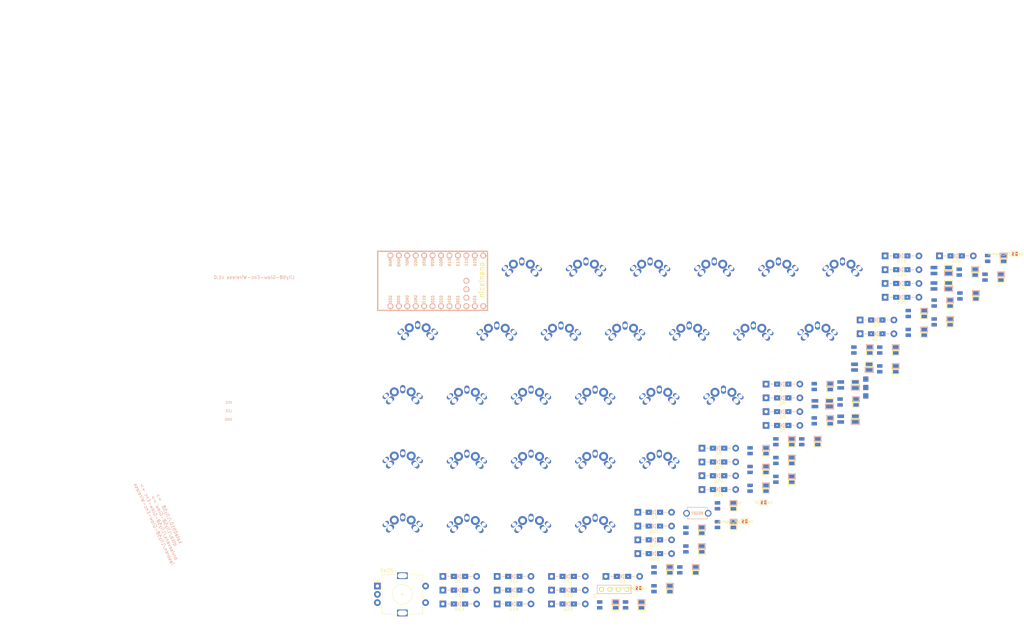
<source format=kicad_pcb>
(kicad_pcb (version 20211014) (generator pcbnew)
  (layers (0 "F.Cu" signal) (31 "B.Cu" signal) (34 "B.Paste" user) (35 "F.Paste" user) (36 "B.SilkS" user "B.Silkscreen") (37 "F.SilkS" user "F.Silkscreen") (38 "B.Mask" user) (39 "F.Mask" user) (44 "Edge.Cuts" user))
  (net 0 "")
  (net 1 "Net-(D1-Pad2)")
  (net 2 "row0")
  (net 3 "Net-(D2-Pad2)")
  (net 4 "Net-(D3-Pad2)")
  (net 5 "Net-(D4-Pad2)")
  (net 6 "Net-(D5-Pad2)")
  (net 7 "Net-(D6-Pad2)")
  (net 8 "Net-(D7-Pad2)")
  (net 9 "row1")
  (net 10 "Net-(D8-Pad2)")
  (net 11 "Net-(D9-Pad2)")
  (net 12 "Net-(D10-Pad2)")
  (net 13 "Net-(D11-Pad2)")
  (net 14 "Net-(D12-Pad2)")
  (net 15 "Net-(D13-Pad2)")
  (net 16 "row2")
  (net 17 "Net-(D14-Pad2)")
  (net 18 "Net-(D15-Pad2)")
  (net 19 "Net-(D16-Pad2)")
  (net 20 "Net-(D17-Pad2)")
  (net 21 "Net-(D18-Pad2)")
  (net 22 "Net-(D19-Pad2)")
  (net 23 "row3")
  (net 24 "Net-(D20-Pad2)")
  (net 25 "Net-(D21-Pad2)")
  (net 26 "Net-(D22-Pad2)")
  (net 27 "Net-(D23-Pad2)")
  (net 28 "Net-(D24-Pad2)")
  (net 29 "Net-(D25-Pad2)")
  (net 30 "row4")
  (net 31 "Net-(D26-Pad2)")
  (net 32 "Net-(D27-Pad2)")
  (net 33 "Net-(D28-Pad2)")
  (net 34 "Net-(D29-Pad2)")
  (net 35 "GND")
  (net 36 "LED")
  (net 37 "VCC")
  (net 38 "Net-(JP1-Pad1)")
  (net 39 "Net-(JP2-Pad1)")
  (net 40 "Net-(JP3-Pad1)")
  (net 41 "SCL")
  (net 42 "Net-(JP4-Pad1)")
  (net 43 "SDA")
  (net 44 "Net-(L1-Pad1)")
  (net 45 "Net-(L1-Pad3)")
  (net 46 "Net-(L2-Pad1)")
  (net 47 "Net-(L3-Pad1)")
  (net 48 "Net-(L4-Pad1)")
  (net 49 "Net-(L5-Pad1)")
  (net 50 "Net-(L12-Pad3)")
  (net 51 "Net-(L13-Pad3)")
  (net 52 "Net-(L7-Pad3)")
  (net 53 "Net-(L8-Pad3)")
  (net 54 "Net-(L10-Pad1)")
  (net 55 "Net-(L10-Pad3)")
  (net 56 "Net-(L11-Pad3)")
  (net 57 "Net-(L13-Pad1)")
  (net 58 "Net-(L14-Pad1)")
  (net 59 "Net-(L15-Pad1)")
  (net 60 "Net-(L16-Pad1)")
  (net 61 "Net-(L17-Pad1)")
  (net 62 "Net-(L18-Pad1)")
  (net 63 "Net-(L19-Pad1)")
  (net 64 "Net-(L19-Pad3)")
  (net 65 "Net-(L20-Pad3)")
  (net 66 "Net-(L21-Pad3)")
  (net 67 "Net-(L22-Pad3)")
  (net 68 "Net-(L23-Pad3)")
  (net 69 "Net-(L25-Pad1)")
  (net 70 "Net-(L26-Pad1)")
  (net 71 "Net-(L27-Pad1)")
  (net 72 "Net-(L28-Pad1)")
  (net 73 "Net-(L29-Pad1)")
  (net 75 "Net-(L31-Pad3)")
  (net 76 "Net-(L32-Pad3)")
  (net 77 "Net-(L33-Pad3)")
  (net 78 "Net-(L34-Pad1)")
  (net 79 "Net-(L35-Pad1)")
  (net 80 "RESET")
  (net 81 "col5")
  (net 82 "col4")
  (net 83 "col3")
  (net 84 "col2")
  (net 85 "col1")
  (net 86 "col0")
  (net 87 "enc2")
  (net 88 "enc1")
  (net 89 "DATA")
  (net 91 "-BATT")
  (net 92 "+BATT")
  (footprint "Lily58-footprint:SK6812MINI_rev" (layer "F.Cu") (at 281.31 99.305)
    (fp_text reference "L21" hide)
    (fp_text value "SK6812mini" hide)
  )
  (footprint "Lily58-footprint:MX_PG1350_FLIP_HOLES_18mm" (layer "F.Cu") (at 194.93 58.93)
    (fp_text reference "SW29" hide)
    (fp_text value "SW_PUSH" hide)
  )
  (footprint "Lily58-footprint:MX_PG1350_FLIP_HOLES_18mm" (layer "F.Cu") (at 243.83 97.53)
    (fp_text reference "SW14" hide)
    (fp_text value "SW_PUSH" hide)
  )
  (footprint "Lily58-footprint:Diode_TH_SOD123" (layer "F.Cu") (at 316.785 40.355)
    (fp_text reference "D4")
    (fp_text value "D" hide)
  )
  (footprint "Lily58-footprint:StripLED" (layer "F.Cu") (at 305.952 69.142)
    (fp_text reference "J1" hide)
    (fp_text value "LED" hide)
  )
  (footprint "Lily58-footprint:SK6812MINI_rev" (layer "F.Cu") (at 281.31 93.655)
    (fp_text reference "L13" hide)
    (fp_text value "SK6812mini" hide)
  )
  (footprint "Lily58-footprint:MX_PG1350_FLIP_HOLES_18mm" (layer "F.Cu") (at 224.53 97.53)
    (fp_text reference "SW22" hide)
    (fp_text value "SW_PUSH" hide)
  )
  (footprint "Lily58-footprint:SK6812MINI_underglow_rev" (layer "F.Cu") (at 300.61 70.905)
    (fp_text reference "L32" hide)
    (fp_text value "SK6812mini" hide)
  )
  (footprint "Lily58-footprint:MX_PG1350_FLIP_HOLES_18mm" (layer "F.Cu") (at 224.53 78.23)
    (fp_text reference "SW12" hide)
    (fp_text value "SW_PUSH" hide)
  )
  (footprint "Lily58-footprint:SK6812MINI_underglow_rev" (layer "F.Cu") (at 300.61 81.205)
    (fp_text reference "L31" hide)
    (fp_text value "SK6812mini" hide)
  )
  (footprint "Lily58-footprint:MX_PG1350_FLIP_HOLES_18mm" (layer "F.Cu") (at 263.13 78.23)
    (fp_text reference "SW15" hide)
    (fp_text value "SW_PUSH" hide)
  )
  (footprint "Lily58-footprint:SK6812MINI_underglow_rev" (layer "F.Cu") (at 328.66 41.105)
    (fp_text reference "L36" hide)
    (fp_text value "SK6812mini" hide)
  )
  (footprint "Lily58-footprint:MX_PG1350_FLIP_HOLES_18mm" (layer "F.Cu") (at 279.66 39.63)
    (fp_text reference "SW24" hide)
    (fp_text value "SW_PUSH" hide)
  )
  (footprint "Lily58-footprint:SK6812MINI_rev" (layer "F.Cu") (at 292.83 71.405)
    (fp_text reference "L14" hide)
    (fp_text value "SK6812mini" hide)
  )
  (footprint "Lily58-footprint:HOLE_M2_TH" (layer "F.Cu") (at 261.1602 118.6302)
    (fp_text reference "TH3" hide)
    (fp_text value "HOLE" hide)
  )
  (footprint "Lily58-footprint:Diode_TH_SOD123" (layer "F.Cu") (at 232.755 128.555)
    (fp_text reference "D2")
    (fp_text value "D" hide)
  )
  (footprint "Lily58-footprint:Diode_TH_SOD123" (layer "F.Cu") (at 280.955 70.655)
    (fp_text reference "D7")
    (fp_text value "D" hide)
  )
  (footprint "Lily58-footprint:MX_PG1350_FLIP_HOLES_18mm" (layer "F.Cu") (at 291.43 58.93)
    (fp_text reference "SW16" hide)
    (fp_text value "SW_PUSH" hide)
  )
  (footprint "Lily58-footprint:MX_PG1350_FLIP_HOLES_18mm" (layer "F.Cu") (at 233.53 58.93)
    (fp_text reference "SW8" hide)
    (fp_text value "SW_PUSH" hide)
  )
  (footprint "Lily58-footprint:HOLE_M2_TH" (layer "F.Cu") (at 270.6602 107.6802)
    (fp_text reference "TH4" hide)
    (fp_text value "HOLE" hide)
  )
  (footprint "Lily58-footprint:MX_PG1350_FLIP_HOLES_18mm" (layer "F.Cu") (at 260.36 39.63)
    (fp_text reference "SW9" hide)
    (fp_text value "SW_PUSH" hide)
  )
  (footprint "Lily58-footprint:Diode_TH_SOD123" (layer "F.Cu") (at 242.355 117.555)
    (fp_text reference "D22")
    (fp_text value "D" hide)
  )
  (footprint "Lily58-footprint:Jumper" (layer "F.Cu") (at 269.528 111.994)
    (fp_text reference "JP3" hide)
    (fp_text value "Jumper_NO_Small")
  )
  (footprint "Lily58-footprint:Diode_TH_SOD123" (layer "F.Cu") (at 280.955 78.955)
    (fp_text reference "D5")
    (fp_text value "D" hide)
  )
  (footprint "nice-nano-kicad:nice_nano" (layer "F.Cu") (at 176.884 39.5605)
    (fp_text reference "U1" hide)
    (fp_text value "ProMicro" hide)
  )
  (footprint "Lily58-footprint:MX_PG1350_FLIP_HOLES_18mm" (layer "F.Cu") (at 185.93 116.83)
    (fp_text reference "SW10" hide)
    (fp_text value "SW_PUSH" hide)
  )
  (footprint "Lily58-footprint:Diode_TH_SOD123" (layer "F.Cu") (at 261.655 98.255)
    (fp_text reference "D20")
    (fp_text value "D" hide)
  )
  (footprint "Lily58-footprint:Diode_TH_SOD123" (layer "F.Cu") (at 242.355 109.255)
    (fp_text reference "D9")
    (fp_text value "D" hide)
  )
  (footprint "Lily58-footprint:Diode_TH_SOD123" (layer "F.Cu") (at 200.055 136.855)
    (fp_text reference "D16")
    (fp_text value "D" hide)
  )
  (footprint "Lily58-footprint:Diode_TH_SOD123" (layer "F.Cu") (at 183.705 136.855)
    (fp_text reference "D13")
    (fp_text value "D" hide)
  )
  (footprint "Lily58-footprint:MX_PG1350_FLIP_HOLES_18mm" (layer "F.Cu") (at 214.23 58.93)
    (fp_text reference "SW27" hide)
    (fp_text value "SW_PUSH" hide)
  )
  (footprint "Lily58-footprint:SK6812MINI_rev" (layer "F.Cu") (at 304.78 60.405)
    (fp_text reference "L30" hide)
    (fp_text value "SK6812mini" hide)
  )
  (footprint "Lily58-footprint:Diode_TH_SOD123" (layer "F.Cu") (at 183.705 128.555)
    (fp_text reference "D12")
    (fp_text value "D" hide)
  )
  (footprint "Lily58-footprint:SK6812MINI_underglow_rev" (layer "F.Cu") (at 328.66 36.455)
    (fp_text reference "L34" hide)
    (fp_text value "SK6812mini" hide)
  )
  (footprint "Lily58-footprint:Diode_TH_SOD123" (layer "F.Cu") (at 316.785 44.505)
    (fp_text reference "D25")
    (fp_text value "D" hide)
  )
  (footprint "Lily58-footprint:SK6812MINI_rev" (layer "F.Cu") (at 228.28 137.145)
    (fp_text reference "L26" hide)
    (fp_text value "SK6812mini" hide)
  )
  (footprint "Lily58-footprint:SK6812MINI_underglow_rev" (layer "F.Cu") (at 304.78 65.555)
    (fp_text reference "L33" hide)
    (fp_text value "SK6812mini" hide)
  )
  (footprint "Lily58-footprint:SK6812MINI_rev" (layer "F.Cu") (at 281.31 88.005)
    (fp_text reference "L29" hide)
    (fp_text value "SK6812mini" hide)
  )
  (footprint "Lily58-footprint:MX_PG1350_FLIP_HOLES_18mm" (layer "F.Cu") (at 185.93 78.23)
    (fp_text reference "SW4" hide)
    (fp_text value "SW_PUSH" hide)
  )
  (footprint "Lily58-footprint:SK6812MINI_rev" (layer "F.Cu") (at 244.63 132.255)
    (fp_text reference "L10" hide)
    (fp_text value "SK6812mini" hide)
  )
  (footprint "Lily58-footprint:Diode_TH_SOD123" (layer "F.Cu") (at 261.655 94.105)
    (fp_text reference "D19")
    (fp_text value "D" hide)
  )
  (footprint "Lily58-footprint:SK6812MINI_rev" (layer "F.Cu") (at 321.13 55.055)
    (fp_text reference "L11" hide)
    (fp_text value "SK6812mini" hide)
  )
  (footprint "Lily58-footprint:Diode_TH_SOD123" (layer "F.Cu") (at 316.785 32.055)
    (fp_text reference "D18")
    (fp_text value "D" hide)
  )
  (footprint "Lily58-footprint:HOLE_M2" (layer "F.Cu") (at 250.31 131.03)
    (fp_text reference "TH1" hide)
    (fp_text value "HOLE" hide)
  )
  (footprint "Lily58-footprint:SK6812MINI_rev" (layer "F.Cu") (at 336.69 44.105)
    (fp_text reference "L24" hide)
    (fp_text value "SK6812mini" hide)
  )
  (footprint "Lily58-footprint:SK6812MINI_rev" (layer "F.Cu") (at 312.56 60.405)
    (fp_text reference "L3" hide)
    (fp_text value "SK6812mini" hide)
  )
  (footprint "Lily58-footprint:Jumper" (layer "F.Cu") (at 350.808 31.444)
    (fp_text reference "JP2" hide)
    (fp_text value "Jumper_NO_Small")
  )
  (footprint "Lily58-footprint:HOLE_M2_TH" (layer "F.Cu") (at 319.4902 60.7302)
    (fp_text reference "TH7" hide)
    (fp_text value "HOLE" hide)
  )
  (footprint "Lily58-footprint:SK6812MINI_rev" (layer "F.Cu") (at 289.09 88.005)
    (fp_text reference "L15" hide)
    (fp_text value "SK6812mini" hide)
  )
  (footprint "Lily58-footprint:MX_PG1350_FLIP_HOLES_18mm" (layer "F.Cu") (at 272.13 58.93)
    (fp_text reference "SW18" hide)
    (fp_text value "SW_PUSH" hide)
  )
  (footprint "Lily58-footprint:Diode_TH_SOD123" (layer "F.Cu") (at 316.785 36.205)
    (fp_text reference "D24")
    (fp_text value "D" hide)
  )
  (footprint "Lily58-footprint:Diode_TH_SOD123" (layer "F.Cu") (at 309.255 55.505)
    (fp_text reference "D27")
    (fp_text value "D" hide)
  )
  (footprint "Lily58-footprint:MX_PG1350_FLIP_HOLES_18mm" (layer "F.Cu") (at 221.76 39.63)
    (fp_text reference "SW3" hide)
    (fp_text value "SW_PUSH" hide)
  )
  (footprint "Lily58-footprint:MX_PG1350_FLIP_HOLES_18mm" (layer "F.Cu") (at 243.83 78.23)
    (fp_text reference "SW21" hide)
    (fp_text value "SW_PUSH" hide)
  )
  (footprint "Lily58-footprint:SK6812MINI_rev" (layer "F.Cu") (at 244.63 126.605)
    (fp_text reference "L5" hide)
    (fp_text value "SK6812mini" hide)
  )
  (footprint "Lily58-footprint:Diode_TH_SOD123" (layer "F.Cu") (at 216.405 136.855)
    (fp_text reference "D23")
    (fp_text value "D" hide)
  )
  (footprint "Lily58-footprint:MX_PG1350_FLIP_HOLES_18mm" (layer "F.Cu") (at 298.96 39.63)
    (fp_text reference "SW17" hide)
    (fp_text value "SW_PUSH" hide)
  )
  (footprint "Lily58-footprint:SK6812MINI_rev" (layer "F.Cu") (at 292.83 81.705)
    (fp_text reference "L17" hide)
    (fp_text value "SK6812mini" hide)
  )
  (footprint "Lily58-footprint:MX_PG1350_FLIP_HOLES_18mm" (layer "F.Cu") (at 166.63 97.39)
    (fp_text reference "SW28" hide)
    (fp_text value "SW_PUSH" hide)
  )
  (footprint "Lily58-footprint:Diode_TH_SOD123" (layer "F.Cu") (at 183.705 132.705)
    (fp_text reference "D11")
    (fp_text value "D" hide)
  )
  (footprint "Lily58-footprint:MX_PG1350_FLIP_HOLES_18mm" (layer "F.Cu") (at 166.63 78.09)
    (fp_text reference "SW2" hide)
    (fp_text value "SW_PUSH" hide)
  )
  (footprint "Lily58-footprint:SK6812MINI_rev" (layer "F.Cu") (at 273.53 90.705)
    (fp_text reference "L25" hide)
    (fp_text value "SK6812mini" hide)
  )
  (footprint "Lily58-footprint:SK6812MINI_rev" (layer "F.Cu") (at 321.13 49.405)
    (fp_text reference "L2" hide)
    (fp_text value "SK6812mini" hide)
  )
  (footprint "Lily58-footprint:MX_PG1350_FLIP_HOLES_18mm" (layer "F.Cu") (at 166.63 116.69)
    (fp_text reference "SW19" hide)
    (fp_text value "SW_PUSH" hide)
  )
  (footprint "Lily58-footprint:SK6812MINI_rev" (layer "F.Cu") (at 254.23 114.655)
    (fp_text reference "L1" hide)
    (fp_text value "SK6812mini" hide)
  )
  (footprint "Lily58-footprint:MX_PG1350_FLIP_HOLES_18mm" (layer "F.Cu") (at 241.06 39.63)
    (fp_text reference "SW5" hide)
    (fp_text value "SW_PUSH" hide)
  )
  (footprint "Lily58-footprint:MX_PG1350_FLIP_HOLES_18mm" (layer "F.Cu") (at 202.46 39.63)
    (fp_text reference "SW1" hide)
    (fp_text value "SW_PUSH" hide)
  )
  (footprint "Lily58-footprint:SK6812MINI_rev" (layer "F.Cu") (at 273.53 102.005)
    (fp_text reference "L27" hide)
    (fp_text value "SK6812mini" hide)
  )
  (footprint "Lily58-footprint:Diode_TH_SOD123" (layer "F.Cu") (at 280.955 83.105)
    (fp_text reference "D1")
    (fp_text value "D" hide)
  )
  (footprint "Lily58-footprint:SK6812MINI_rev" (layer "F.Cu") (at 336.44 36.955)
    (fp_text reference "L6" hide)
    (fp_text value "SK6812mini" hide)
  )
  (footprint "Lily58-footprint:SK6812MINI_underglow_rev" (layer "F.Cu") (at 292.83 76.555)
    (fp_text reference "L35" hide)
    (fp_text value "SK6812mini" hide)
  )
  (footprint "Lily58-footprint:MX_PG1350_FLIP_HOLES_18mm" (layer "F.Cu") (at 205.23 78.23)
    (fp_text reference "SW20" hide)
    (fp_text value "SW_PUSH" hide)
  )
  (footprint "Lily58-footprint:SK6812MINI_rev" (layer "F.Cu") (at 312.56 66.055)
    (fp_text reference "L18" hide)
    (fp_text value "SK6812mini" hide)
  )
  (footprint "Lily58-footprint:MX_PG1350_FLIP_HOLES_18mm" (layer "F.Cu") (at 205.23 97.53)
    (fp_text reference "SW11" hide)
    (fp_text value "SW_PUSH" hide)
  )
  (footprint "Lily58-footprint:SK6812MINI_rev" (layer "F.Cu") (at 273.53 96.355)
    (fp_text reference "L28" hide)
    (fp_text value "SK6812mini" hide)
  )
  (footprint "Lily58-footprint:RotaryEncoder_Alps_EC11E-Switch_Vertical_H20mm" (layer "F.Cu") (at 159.005 131.465)
    (fp_text reference "SW25")
    (fp_text value "Rotary_Encoder_Switch")
  )
  (footprint "Lily58-footprint:TACT_SWITCH_TVBP06" (layer "F.Cu") (at 255.28 109.555)
    (fp_text reference "RSW1" hide)
    (fp_text value "SW_RST" hide)
  )
  (footprint "Lily58-footprint:MY_SIL-4" (layer "F.Cu") (at 226.425 132.475)
    (fp_text reference "P4")
    (fp_text value "OLED" hide)
  )
  (footprint "Lily58-footprint:Jumper" (layer "F.Cu") (at 275.228 106.294)
    (fp_text reference "JP1" hide)
    (fp_text value "Jumper_NO_Small")
  )
  (footprint "Lily58-footprint:HOLE_M2_TH" (layer "F.Cu") (at 288.2402 93.6802)
    (fp_text reference "TH5" hide)
    (fp_text value "HOLE" hide)
  )
  (footprint "Lily58-footprint:SK6812MINI_rev" (layer "F.Cu") (at 236.06 137.145)
    (fp_text reference "L4" hide)
    (fp_text value "SK6812mini" hide)
  )
  (footprint "Lily58-footprint:Diode_TH_SOD123" (layer "F.Cu") (at 333.135 32.055)
    (fp_text reference "D26")
    (fp_text value "D" hide)
  )
  (footprint "Lily58-footprint:MX_PG1350_FLIP_HOLES_18mm" (layer "F.Cu") (at 252.83 58.93)
    (fp_text reference "SW7" hide)
    (fp_text value "SW_PUSH" hide)
  )
  (footprint "Lily58-footprint:Diode_TH_SOD123" (layer "F.Cu") (at 309.255 51.355)
    (fp_text reference "D3")
    (fp_text value "D" hide)
  )
  (footprint "Lily58-footprint:SK6812MINI_rev" (layer "F.Cu") (at 328.91 46.255)
    (fp_text reference "L19" hide)
    (fp_text value "SK6812mini" hide)
  )
  (footprint "Lily58-footprint:MX_PG1350_FLIP_HOLES_18mm" (layer "F.Cu") (at 224.53 116.83)
    (fp_text reference "SW13" hide)
    (fp_text value "SW_PUSH" hide)
  )
  (footprint "Lily58-footprint:Diode_TH_SOD123" (layer "F.Cu") (at 261.655 89.955)
    (fp_text reference "D8")
    (fp_text value "D" hide)
  )
  (footprint "Lily58-footprint:SK6812MINI_rev" (layer "F.Cu") (at 328.91 51.905)
    (fp_text reference "L22" hide)
    (fp_text value "SK6812mini" hide)
  )
  (footprint "Lily58-footprint:Diode_TH_SOD123" (layer "F.Cu") (at 242.355 121.705)
    (fp_text reference "D28")
    (fp_text value "D" hide)
  )
  (footprint "Lily58-footprint:SK6812MINI_rev" (layer "F.Cu") (at 300.61 76.055)
    (fp_text reference "L16" hide)
    (fp_text value "SK6812mini" hide)
  )
  (footprint "Lily58-footprint:MX_PG1350_FLIP_HOLES_18mm" (layer "F.Cu") (at 205.23 116.83)
    (fp_text reference "SW23" hide)
    (fp_text value "SW_PUSH" hide)
  )
  (footprint "Lily58-footprint:MX_PG1350_FLIP_HOLES_27mm" (layer "F.Cu") (at 171.13 58.79)
    (fp_text reference "SW26" hide)
    (fp_text value "SW_PUSH" hide)
  )
  (footprint "Lily58-footprint:Diode_TH_SOD123" (layer "F.Cu") (at 200.055 128.555)
    (fp_text reference "D14")
    (fp_text value "D" hide)
  )
  (footprint "Lily58-footprint:SK6812MINI_rev" (layer "F.Cu") (at 344.22 38.455)
    (fp_text reference "L23" hide)
    (fp_text value "SK6812mini" hide)
  )
  (footprint "Lily58-footprint:SK6812MINI_rev" (layer "F.Cu") (at 263.73 112.955)
    (fp_text reference "L9" hide)
    (fp_text value "SK6812mini" hide)
  )
  (footprint "Lily58-footprint:SK6812MINI_rev" (layer "F.Cu") (at 345.01 32.805)
    (fp_text reference "L8" hide)
    (fp_text value "SK6812mini" hide)
  )
  (footprint "Lily58-footprint:Diode_TH_SOD123" (layer "F.Cu") (at 216.405 128.555)
    (fp_text reference "D17")
    (fp_text value "D" hide)
  )
  (footprint "Lily58-footprint:SK6812MINI_rev" (layer "F.Cu") (at 254.23 120.305)
    (fp_text reference "L12" hide)
    (fp_text value "SK6812mini" hide)
  )
  (footprint "Lily58-footprint:SK6812MINI_rev" (layer "F.Cu") (at 263.73 107.305)
    (fp_text reference "L7" hide)
    (fp_text value "SK6812mini" hide)
  )
  (footprint "Lily58-footprint:SK6812MINI_rev" (layer "F.Cu") (at 252.41 126.605)
    (fp_text reference "L20" hide)
    (fp_text value "SK6812mini" hide)
  )
  (footprint "Lily58-footprint:Diode_TH_SOD123" (layer "F.Cu") (at 280.955 74.805)
    (fp_text reference "D6")
    (fp_text value "D" hide)
  )
  (footprint "Lily58-footprint:Diode_TH_SOD123" (layer "F.Cu") (at 216.405 132.705)
    (fp_text reference "D10")
    (fp_text value "D" hide)
  )
  (footprint "Lily58-footprint:Diode_TH_SOD123" (layer "F.Cu") (at 261.655 102.405)
    (fp_text reference "D29")
    (fp_text value "D" hide)
  )
  (footprint "Lily58-footprint:MX_PG1350_FLIP_HOLES_18mm" (layer "F.Cu") (at 185.93 97.53)
    (fp_text reference "SW6" hide)
    (fp_text value "SW_PUSH" hide)
  )
  (footprint "Lily58-footprint:HOLE_M2_TH" (layer "F.Cu") (at 242.9902 137.9302)
    (fp_text reference "TH6" hide)
    (fp_text value "HOLE" hide)
  )
  (footprint "Lily58-footprint:HOLE_M2" (layer "F.Cu") (at 308.81 70.48)
    (fp_text reference "TH2" hide)
    (fp_text value "HOLE" hide)
  )
  (footprint "Lily58-footprint:Diode_TH_SOD123" (layer "F.Cu") (at 200.055 132.705)
    (fp_text reference "D15")
    (fp_text value "D" hide)
  )
  (footprint "Lily58-footprint:Diode_TH_SOD123" (layer "F.Cu") (at 242.355 113.405)
    (fp_text reference "D21")
    (fp_text value "D" hide)
  )
  (footprint "Lily58-footprint:Jumper" (layer "F.Cu") (at 237.608 132.094)
    (fp_text reference "JP4" hide)
    (fp_text value "Jumper_NO_Small")
  )
  (gr_text "LED" (at 114.3 78.7) (layer "B.SilkS") (effects (font (size 0.7 0.7) (thickness 0.125)) (justify mirror)))
  (gr_text "VCC" (at 114.3 76.2) (layer "B.SilkS") (effects (font (size 0.7 0.7) (thickness 0.125)) (justify mirror)))
  (gr_text "Lily58-Glow-Enc-Wireless v1.0" (at 121.92 38.5) (layer "B.SilkS") (effects (font (size 1 1)) (justify mirror)))
  (gr_text "kata0510/Lily58  => \nqtkb/Lily58-Glow => \norvisevans/Lily58-Glow-Enc =>\niasoren/Lily58-Glow-Enc-Wireless" (at 93.98 111.76 -65) (layer "B.SilkS") (effects (font (size 1 1)) (justify mirror)))
  (gr_text "GND" (at 114.2 81.3) (layer "B.SilkS") (effects (font (size 0.7 0.7) (thickness 0.125)) (justify mirror)))
)
</source>
